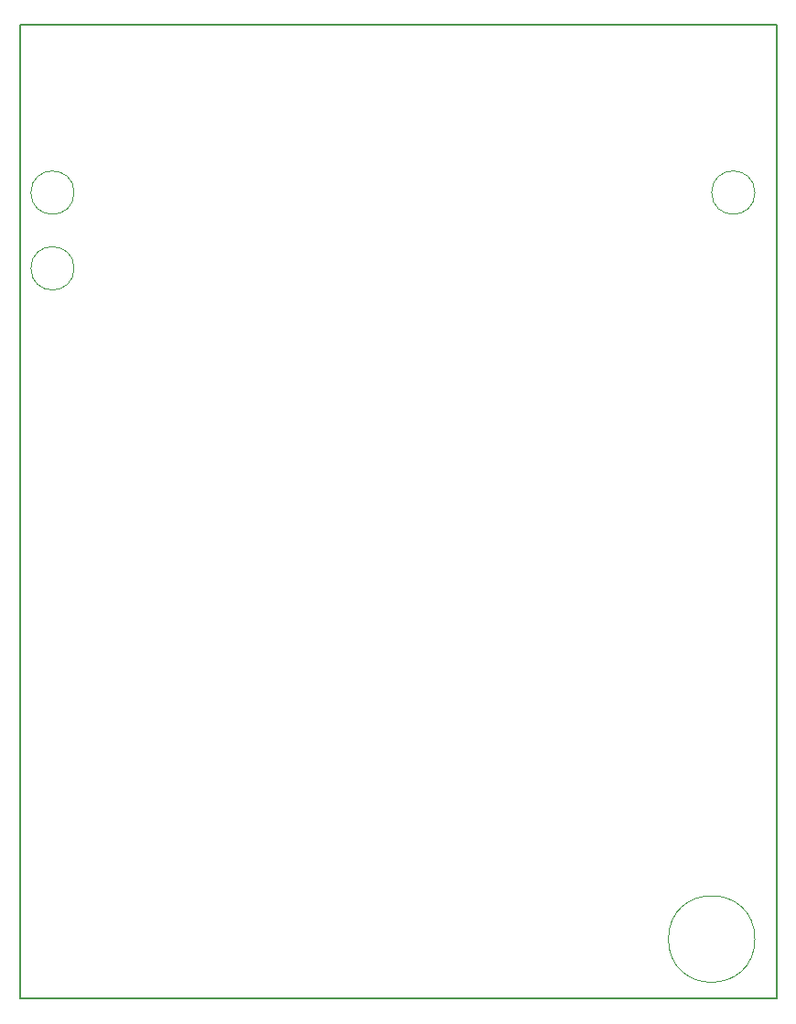
<source format=gbr>
%TF.GenerationSoftware,KiCad,Pcbnew,8.0.1*%
%TF.CreationDate,2024-03-28T23:27:52+01:00*%
%TF.ProjectId,shawazu-gb-dumper,73686177-617a-4752-9d67-622d64756d70,rev?*%
%TF.SameCoordinates,Original*%
%TF.FileFunction,Profile,NP*%
%FSLAX46Y46*%
G04 Gerber Fmt 4.6, Leading zero omitted, Abs format (unit mm)*
G04 Created by KiCad (PCBNEW 8.0.1) date 2024-03-28 23:27:52*
%MOMM*%
%LPD*%
G01*
G04 APERTURE LIST*
%TA.AperFunction,Profile*%
%ADD10C,0.050000*%
%TD*%
%TA.AperFunction,Profile*%
%ADD11C,0.200000*%
%TD*%
G04 APERTURE END LIST*
D10*
X110000000Y-40000000D02*
G75*
G02*
X106000000Y-40000000I-2000000J0D01*
G01*
X106000000Y-40000000D02*
G75*
G02*
X110000000Y-40000000I2000000J0D01*
G01*
D11*
X105000000Y-114500000D02*
X175000000Y-114500000D01*
X175000000Y-24500000D02*
X175000000Y-114500000D01*
D10*
X173000000Y-109000000D02*
G75*
G02*
X165000000Y-109000000I-4000000J0D01*
G01*
X165000000Y-109000000D02*
G75*
G02*
X173000000Y-109000000I4000000J0D01*
G01*
X173000000Y-40000000D02*
G75*
G02*
X169000000Y-40000000I-2000000J0D01*
G01*
X169000000Y-40000000D02*
G75*
G02*
X173000000Y-40000000I2000000J0D01*
G01*
D11*
X105000000Y-24500000D02*
X105000000Y-114500000D01*
D10*
X110000000Y-47000000D02*
G75*
G02*
X106000000Y-47000000I-2000000J0D01*
G01*
X106000000Y-47000000D02*
G75*
G02*
X110000000Y-47000000I2000000J0D01*
G01*
D11*
X105000000Y-24500000D02*
X175000000Y-24500000D01*
M02*

</source>
